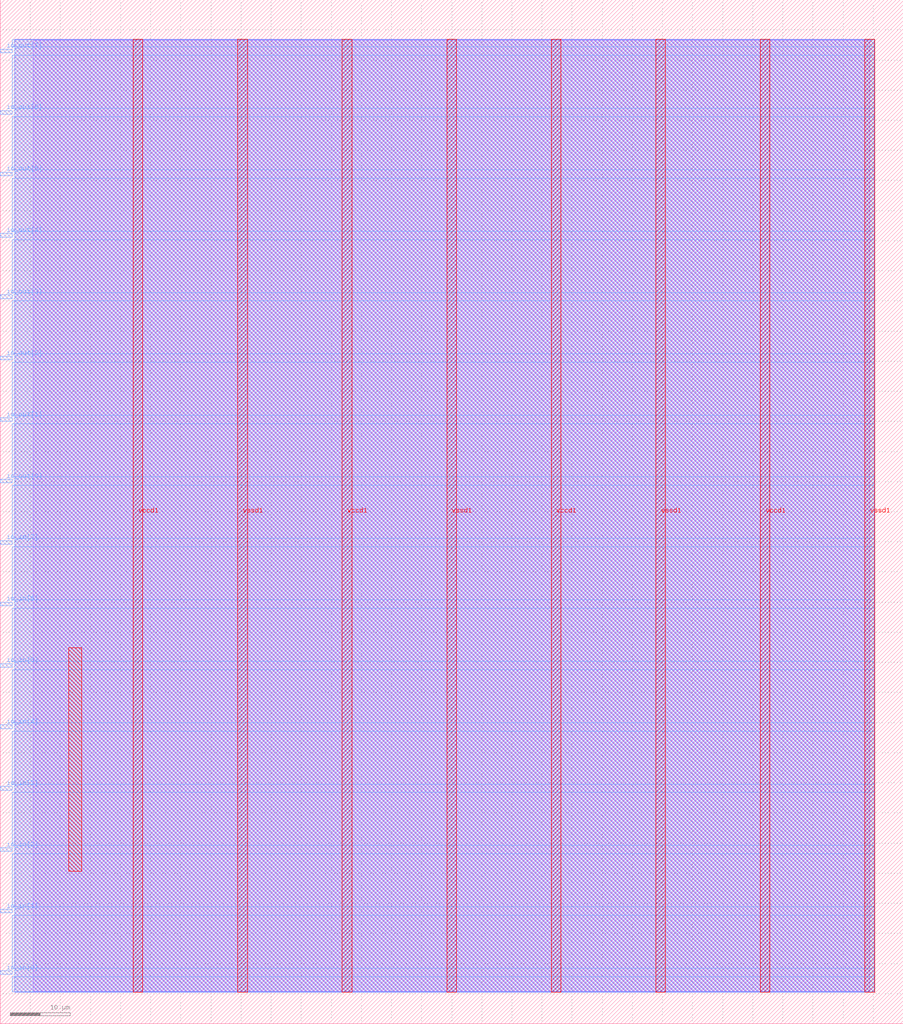
<source format=lef>
VERSION 5.7 ;
  NOWIREEXTENSIONATPIN ON ;
  DIVIDERCHAR "/" ;
  BUSBITCHARS "[]" ;
MACRO user_module_341516949939814994
  CLASS BLOCK ;
  FOREIGN user_module_341516949939814994 ;
  ORIGIN 0.000 0.000 ;
  SIZE 150.000 BY 170.000 ;
  PIN io_in[0]
    DIRECTION INPUT ;
    USE SIGNAL ;
    PORT
      LAYER met3 ;
        RECT 0.000 8.200 2.000 8.800 ;
    END
  END io_in[0]
  PIN io_in[1]
    DIRECTION INPUT ;
    USE SIGNAL ;
    PORT
      LAYER met3 ;
        RECT 0.000 18.400 2.000 19.000 ;
    END
  END io_in[1]
  PIN io_in[2]
    DIRECTION INPUT ;
    USE SIGNAL ;
    PORT
      LAYER met3 ;
        RECT 0.000 28.600 2.000 29.200 ;
    END
  END io_in[2]
  PIN io_in[3]
    DIRECTION INPUT ;
    USE SIGNAL ;
    PORT
      LAYER met3 ;
        RECT 0.000 38.800 2.000 39.400 ;
    END
  END io_in[3]
  PIN io_in[4]
    DIRECTION INPUT ;
    USE SIGNAL ;
    PORT
      LAYER met3 ;
        RECT 0.000 49.000 2.000 49.600 ;
    END
  END io_in[4]
  PIN io_in[5]
    DIRECTION INPUT ;
    USE SIGNAL ;
    PORT
      LAYER met3 ;
        RECT 0.000 59.200 2.000 59.800 ;
    END
  END io_in[5]
  PIN io_in[6]
    DIRECTION INPUT ;
    USE SIGNAL ;
    PORT
      LAYER met3 ;
        RECT 0.000 69.400 2.000 70.000 ;
    END
  END io_in[6]
  PIN io_in[7]
    DIRECTION INPUT ;
    USE SIGNAL ;
    PORT
      LAYER met3 ;
        RECT 0.000 79.600 2.000 80.200 ;
    END
  END io_in[7]
  PIN io_out[0]
    DIRECTION OUTPUT TRISTATE ;
    USE SIGNAL ;
    PORT
      LAYER met3 ;
        RECT 0.000 89.800 2.000 90.400 ;
    END
  END io_out[0]
  PIN io_out[1]
    DIRECTION OUTPUT TRISTATE ;
    USE SIGNAL ;
    PORT
      LAYER met3 ;
        RECT 0.000 100.000 2.000 100.600 ;
    END
  END io_out[1]
  PIN io_out[2]
    DIRECTION OUTPUT TRISTATE ;
    USE SIGNAL ;
    PORT
      LAYER met3 ;
        RECT 0.000 110.200 2.000 110.800 ;
    END
  END io_out[2]
  PIN io_out[3]
    DIRECTION OUTPUT TRISTATE ;
    USE SIGNAL ;
    PORT
      LAYER met3 ;
        RECT 0.000 120.400 2.000 121.000 ;
    END
  END io_out[3]
  PIN io_out[4]
    DIRECTION OUTPUT TRISTATE ;
    USE SIGNAL ;
    PORT
      LAYER met3 ;
        RECT 0.000 130.600 2.000 131.200 ;
    END
  END io_out[4]
  PIN io_out[5]
    DIRECTION OUTPUT TRISTATE ;
    USE SIGNAL ;
    PORT
      LAYER met3 ;
        RECT 0.000 140.800 2.000 141.400 ;
    END
  END io_out[5]
  PIN io_out[6]
    DIRECTION OUTPUT TRISTATE ;
    USE SIGNAL ;
    PORT
      LAYER met3 ;
        RECT 0.000 151.000 2.000 151.600 ;
    END
  END io_out[6]
  PIN io_out[7]
    DIRECTION OUTPUT TRISTATE ;
    USE SIGNAL ;
    PORT
      LAYER met3 ;
        RECT 0.000 161.200 2.000 161.800 ;
    END
  END io_out[7]
  PIN vccd1
    DIRECTION INOUT ;
    USE POWER ;
    PORT
      LAYER met4 ;
        RECT 22.085 5.200 23.685 163.440 ;
    END
    PORT
      LAYER met4 ;
        RECT 56.815 5.200 58.415 163.440 ;
    END
    PORT
      LAYER met4 ;
        RECT 91.545 5.200 93.145 163.440 ;
    END
    PORT
      LAYER met4 ;
        RECT 126.275 5.200 127.875 163.440 ;
    END
  END vccd1
  PIN vssd1
    DIRECTION INOUT ;
    USE GROUND ;
    PORT
      LAYER met4 ;
        RECT 39.450 5.200 41.050 163.440 ;
    END
    PORT
      LAYER met4 ;
        RECT 74.180 5.200 75.780 163.440 ;
    END
    PORT
      LAYER met4 ;
        RECT 108.910 5.200 110.510 163.440 ;
    END
    PORT
      LAYER met4 ;
        RECT 143.640 5.200 145.240 163.440 ;
    END
  END vssd1
  OBS
      LAYER li1 ;
        RECT 5.520 5.355 144.440 163.285 ;
      LAYER met1 ;
        RECT 2.370 5.200 145.240 163.440 ;
      LAYER met2 ;
        RECT 2.390 5.255 145.210 163.385 ;
      LAYER met3 ;
        RECT 2.000 162.200 145.230 163.365 ;
        RECT 2.400 160.800 145.230 162.200 ;
        RECT 2.000 152.000 145.230 160.800 ;
        RECT 2.400 150.600 145.230 152.000 ;
        RECT 2.000 141.800 145.230 150.600 ;
        RECT 2.400 140.400 145.230 141.800 ;
        RECT 2.000 131.600 145.230 140.400 ;
        RECT 2.400 130.200 145.230 131.600 ;
        RECT 2.000 121.400 145.230 130.200 ;
        RECT 2.400 120.000 145.230 121.400 ;
        RECT 2.000 111.200 145.230 120.000 ;
        RECT 2.400 109.800 145.230 111.200 ;
        RECT 2.000 101.000 145.230 109.800 ;
        RECT 2.400 99.600 145.230 101.000 ;
        RECT 2.000 90.800 145.230 99.600 ;
        RECT 2.400 89.400 145.230 90.800 ;
        RECT 2.000 80.600 145.230 89.400 ;
        RECT 2.400 79.200 145.230 80.600 ;
        RECT 2.000 70.400 145.230 79.200 ;
        RECT 2.400 69.000 145.230 70.400 ;
        RECT 2.000 60.200 145.230 69.000 ;
        RECT 2.400 58.800 145.230 60.200 ;
        RECT 2.000 50.000 145.230 58.800 ;
        RECT 2.400 48.600 145.230 50.000 ;
        RECT 2.000 39.800 145.230 48.600 ;
        RECT 2.400 38.400 145.230 39.800 ;
        RECT 2.000 29.600 145.230 38.400 ;
        RECT 2.400 28.200 145.230 29.600 ;
        RECT 2.000 19.400 145.230 28.200 ;
        RECT 2.400 18.000 145.230 19.400 ;
        RECT 2.000 9.200 145.230 18.000 ;
        RECT 2.400 7.800 145.230 9.200 ;
        RECT 2.000 5.275 145.230 7.800 ;
      LAYER met4 ;
        RECT 11.335 25.335 13.505 62.385 ;
  END
END user_module_341516949939814994
END LIBRARY


</source>
